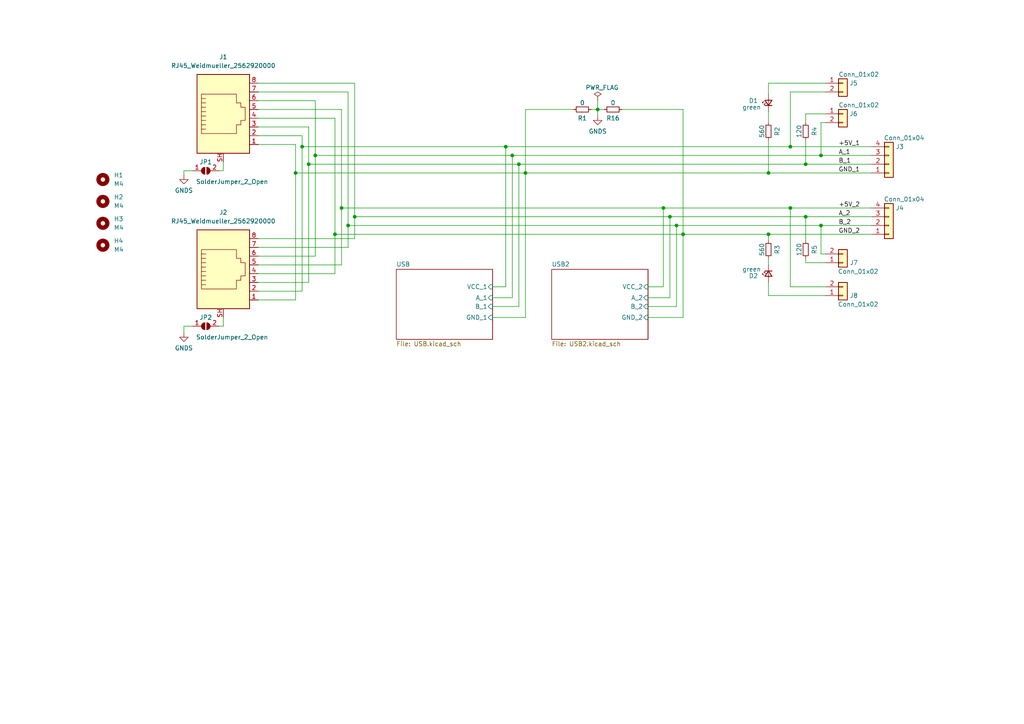
<source format=kicad_sch>
(kicad_sch (version 20211123) (generator eeschema)
  (paper "A4")
  (lib_symbols
    (symbol "Connector_Generic:Conn_01x02" (pin_names (offset 1.016) hide)
      (property "Reference" "J" (at 0 2.54 0))
      (property "Value" "Conn_01x02" (at 0 -5.08 0))
      (symbol "Conn_01x02_1_1"
        (rectangle (start -1.27 -2.413) (end 0 -2.667) (stroke (width 0.1524)))
        (rectangle (start -1.27 0.127) (end 0 -0.127) (stroke (width 0.1524)))
        (rectangle (start -1.27 1.27) (end 1.27 -3.81) (stroke (width 0.254)) (fill (type background)))
        (pin passive line (at -5.08 0 0) (length 3.81) (name "Pin_1") (number "1"))
        (pin passive line (at -5.08 -2.54 0) (length 3.81) (name "Pin_2") (number "2"))
      )
    )
    (symbol "Connector_Generic:Conn_01x04" (pin_names (offset 1.016) hide)
      (property "Reference" "J" (at 0 5.08 0))
      (property "Value" "Conn_01x04" (at 0 -7.62 0))
      (symbol "Conn_01x04_1_1"
        (rectangle (start -1.27 -4.953) (end 0 -5.207) (stroke (width 0.1524)))
        (rectangle (start -1.27 -2.413) (end 0 -2.667) (stroke (width 0.1524)))
        (rectangle (start -1.27 0.127) (end 0 -0.127) (stroke (width 0.1524)))
        (rectangle (start -1.27 2.667) (end 0 2.413) (stroke (width 0.1524)))
        (rectangle (start -1.27 3.81) (end 1.27 -6.35) (stroke (width 0.254)) (fill (type background)))
        (pin passive line (at -5.08 2.54 0) (length 3.81) (name "Pin_1") (number "1"))
        (pin passive line (at -5.08 0 0) (length 3.81) (name "Pin_2") (number "2"))
        (pin passive line (at -5.08 -2.54 0) (length 3.81) (name "Pin_3") (number "3"))
        (pin passive line (at -5.08 -5.08 0) (length 3.81) (name "Pin_4") (number "4"))
      )
    )
    (symbol "Device:LED_Small" (pin_numbers hide) (pin_names (offset 0.254) hide)
      (property "Reference" "D" (at -1.27 3.175 0))
      (property "Value" "LED_Small" (at -4.445 -2.54 0))
      (symbol "LED_Small_0_1"
        (polyline (pts (xy -0.762 -1.016) (xy -0.762 1.016)) (stroke (width 0.254)))
        (polyline (pts (xy 1.016 0) (xy -0.762 0)))
        (polyline (pts (xy 0.762 -1.016) (xy -0.762 0) (xy 0.762 1.016) (xy 0.762 -1.016)) (stroke (width 0.254)))
        (polyline (pts (xy 0 0.762) (xy -0.508 1.27) (xy -0.254 1.27) (xy -0.508 1.27) (xy -0.508 1.016)))
        (polyline (pts (xy 0.508 1.27) (xy 0 1.778) (xy 0.254 1.778) (xy 0 1.778) (xy 0 1.524)))
      )
      (symbol "LED_Small_1_1"
        (pin passive line (at -2.54 0 0) (length 1.778) (name "K") (number "1"))
        (pin passive line (at 2.54 0 180) (length 1.778) (name "A") (number "2"))
      )
    )
    (symbol "Device:R_Small" (pin_numbers hide) (pin_names (offset 0.254) hide)
      (property "Reference" "R" (at 0.762 0.508 0))
      (property "Value" "R_Small" (at 0.762 -1.016 0))
      (symbol "R_Small_0_1"
        (rectangle (start -0.762 1.778) (end 0.762 -1.778) (stroke (width 0.2032)))
      )
      (symbol "R_Small_1_1"
        (pin passive line (at 0 2.54 270) (length 0.762) (name "~") (number "1"))
        (pin passive line (at 0 -2.54 90) (length 0.762) (name "~") (number "2"))
      )
    )
    (symbol "Jumper:SolderJumper_2_Open" (pin_names (offset 0) hide)
      (property "Reference" "JP" (at 0 2.032 0))
      (property "Value" "SolderJumper_2_Open" (at 0 -2.54 0))
      (symbol "SolderJumper_2_Open_0_1"
        (arc (start -0.254 1.016) (mid -1.27 0) (end -0.254 -1.016))
        (arc (start -0.254 1.016) (mid -1.27 0) (end -0.254 -1.016) (fill (type outline)))
        (polyline (pts (xy -0.254 1.016) (xy -0.254 -1.016)))
        (polyline (pts (xy 0.254 1.016) (xy 0.254 -1.016)))
        (arc (start 0.254 -1.016) (mid 1.27 0) (end 0.254 1.016))
        (arc (start 0.254 -1.016) (mid 1.27 0) (end 0.254 1.016) (fill (type outline)))
      )
      (symbol "SolderJumper_2_Open_1_1"
        (pin passive line (at -3.81 0 0) (length 2.54) (name "A") (number "1"))
        (pin passive line (at 3.81 0 180) (length 2.54) (name "B") (number "2"))
      )
    )
    (symbol "Mechanical:MountingHole" (pin_names (offset 1.016))
      (property "Reference" "H" (at 0 5.08 0))
      (property "Value" "MountingHole" (at 0 3.175 0))
      (symbol "MountingHole_0_1"
        (circle (center 0 0) (radius 1.27) (stroke (width 1.27)))
      )
    )
    (symbol "power:GNDS" (power) (pin_names (offset 0))
      (property "Value" "GNDS" (at 0 -3.81 0))
      (symbol "GNDS_0_1"
        (polyline (pts (xy 0 0) (xy 0 -1.27) (xy 1.27 -1.27) (xy 0 -2.54) (xy -1.27 -1.27) (xy 0 -1.27)))
      )
      (symbol "GNDS_1_1"
        (pin power_in line (at 0 0 270) (length 0) hide (name "GNDS") (number "1"))
      )
    )
    (symbol "power:PWR_FLAG" (power) (pin_numbers hide) (pin_names (offset 0) hide)
      (property "Value" "PWR_FLAG" (at 0 3.81 0))
      (symbol "PWR_FLAG_0_0"
        (pin power_out line (at 0 0 90) (length 0) (name "pwr") (number "1"))
      )
      (symbol "PWR_FLAG_0_1"
        (polyline (pts (xy 0 0) (xy 0 1.27) (xy -1.016 1.905) (xy 0 2.54) (xy 1.016 1.905) (xy 0 1.27)))
      )
    )
    (symbol "the78mole:RJ45_Weidmueller_2562920000"
      (property "Reference" "J" (at -6.35 -8.89 0))
      (property "Value" "RJ45_Weidmueller_2562920000" (at 0 13.97 0))
      (symbol "RJ45_Weidmueller_2562920000_0_1"
        (polyline (pts (xy -5.08 3.81) (xy -6.35 3.81)))
        (polyline (pts (xy -5.08 5.08) (xy -6.35 5.08)))
        (polyline (pts (xy -6.35 -3.81) (xy -5.08 -3.81) (xy -5.08 -3.81)))
        (polyline (pts (xy -6.35 -2.54) (xy -5.08 -2.54) (xy -5.08 -2.54)))
        (polyline (pts (xy -6.35 -1.27) (xy -5.08 -1.27) (xy -5.08 -1.27)))
        (polyline (pts (xy -6.35 0) (xy -5.08 0) (xy -5.08 0)))
        (polyline (pts (xy -6.35 1.27) (xy -5.08 1.27) (xy -5.08 1.27)))
        (polyline (pts (xy -5.08 2.54) (xy -6.35 2.54) (xy -6.35 2.54)))
        (polyline (pts (xy -6.35 -5.08) (xy -6.35 6.35) (xy 3.81 6.35) (xy 3.81 3.81) (xy 5.08 3.81) (xy 5.08 2.54) (xy 6.35 2.54) (xy 6.35 -1.27) (xy 5.08 -1.27) (xy 5.08 -2.54) (xy 3.81 -2.54) (xy 3.81 -5.08) (xy -6.35 -5.08) (xy -6.35 -5.08)))
        (rectangle (start 7.62 12.065) (end -7.62 -10.795) (stroke (width 0.254)) (fill (type background)))
      )
      (symbol "RJ45_Weidmueller_2562920000_1_1"
        (pin passive line (at 10.16 -8.255 180) (length 2.54) (name "~") (number "1"))
        (pin passive line (at 10.16 -5.715 180) (length 2.54) (name "~") (number "2"))
        (pin passive line (at 10.16 -3.175 180) (length 2.54) (name "~") (number "3"))
        (pin passive line (at 10.16 -0.635 180) (length 2.54) (name "~") (number "4"))
        (pin passive line (at 10.16 1.905 180) (length 2.54) (name "~") (number "5"))
        (pin passive line (at 10.16 4.445 180) (length 2.54) (name "~") (number "6"))
        (pin passive line (at 10.16 6.985 180) (length 2.54) (name "~") (number "7"))
        (pin passive line (at 10.16 9.525 180) (length 2.54) (name "~") (number "8"))
        (pin passive line (at 0 -13.335 90) (length 2.54) (name "~") (number "SH"))
      )
    )
  )
  (junction (at 192.405 60.325))
  (junction (at 233.68 62.865))
  (junction (at 146.685 42.545))
  (junction (at 87.63 42.545))
  (junction (at 238.125 65.405))
  (junction (at 91.44 45.085))
  (junction (at 196.215 65.405))
  (junction (at 233.68 47.625))
  (junction (at 102.87 62.865))
  (junction (at 238.125 45.085))
  (junction (at 99.06 60.325))
  (junction (at 229.235 60.325))
  (junction (at 152.4 50.165))
  (junction (at 229.235 42.545))
  (junction (at 173.355 31.75))
  (junction (at 85.725 50.165))
  (junction (at 194.31 62.865))
  (junction (at 222.885 67.945))
  (junction (at 222.885 50.165))
  (junction (at 198.12 67.945))
  (junction (at 150.495 47.625))
  (junction (at 148.59 45.085))
  (junction (at 89.535 47.625))
  (junction (at 100.965 65.405))
  (junction (at 97.155 67.945))
  (wire (pts (xy 222.885 40.64) (xy 222.885 50.165)))
  (wire (pts (xy 142.875 88.9) (xy 150.495 88.9)))
  (wire (pts (xy 233.68 74.93) (xy 233.68 76.2)))
  (wire (pts (xy 91.44 29.21) (xy 91.44 45.085)))
  (wire (pts (xy 102.87 62.865) (xy 194.31 62.865)))
  (wire (pts (xy 233.68 47.625) (xy 252.73 47.625)))
  (wire (pts (xy 150.495 47.625) (xy 233.68 47.625)))
  (wire (pts (xy 239.395 83.185) (xy 229.235 83.185)))
  (wire (pts (xy 222.885 32.385) (xy 222.885 35.56)))
  (wire (pts (xy 63.5 94.615) (xy 64.77 94.615)))
  (wire (pts (xy 91.44 45.085) (xy 148.59 45.085)))
  (wire (pts (xy 198.12 92.075) (xy 198.12 67.945)))
  (wire (pts (xy 192.405 60.325) (xy 229.235 60.325)))
  (wire (pts (xy 198.12 67.945) (xy 222.885 67.945)))
  (wire (pts (xy 239.395 35.56) (xy 238.125 35.56)))
  (wire (pts (xy 64.77 49.53) (xy 63.5 49.53)))
  (wire (pts (xy 196.215 65.405) (xy 238.125 65.405)))
  (wire (pts (xy 180.34 31.75) (xy 198.12 31.75)))
  (wire (pts (xy 74.93 26.67) (xy 100.965 26.67)))
  (wire (pts (xy 74.93 24.13) (xy 102.87 24.13)))
  (wire (pts (xy 229.235 26.67) (xy 229.235 42.545)))
  (wire (pts (xy 85.725 50.165) (xy 152.4 50.165)))
  (wire (pts (xy 173.355 31.75) (xy 175.26 31.75)))
  (wire (pts (xy 238.125 73.66) (xy 238.125 65.405)))
  (wire (pts (xy 233.68 62.865) (xy 233.68 69.85)))
  (wire (pts (xy 89.535 36.83) (xy 89.535 47.625)))
  (wire (pts (xy 87.63 39.37) (xy 87.63 42.545)))
  (wire (pts (xy 102.87 62.865) (xy 102.87 69.215)))
  (wire (pts (xy 187.96 86.36) (xy 194.31 86.36)))
  (wire (pts (xy 152.4 31.75) (xy 152.4 50.165)))
  (wire (pts (xy 194.31 62.865) (xy 233.68 62.865)))
  (wire (pts (xy 64.77 46.99) (xy 64.77 49.53)))
  (wire (pts (xy 100.965 65.405) (xy 196.215 65.405)))
  (wire (pts (xy 142.875 83.185) (xy 146.685 83.185)))
  (wire (pts (xy 87.63 84.455) (xy 74.93 84.455)))
  (wire (pts (xy 97.155 67.945) (xy 198.12 67.945)))
  (wire (pts (xy 89.535 47.625) (xy 89.535 81.915)))
  (wire (pts (xy 91.44 45.085) (xy 91.44 74.295)))
  (wire (pts (xy 229.235 60.325) (xy 252.73 60.325)))
  (wire (pts (xy 99.06 60.325) (xy 99.06 76.835)))
  (wire (pts (xy 100.965 65.405) (xy 100.965 71.755)))
  (wire (pts (xy 187.96 88.9) (xy 196.215 88.9)))
  (wire (pts (xy 100.965 26.67) (xy 100.965 65.405)))
  (wire (pts (xy 238.125 35.56) (xy 238.125 45.085)))
  (wire (pts (xy 222.885 85.725) (xy 239.395 85.725)))
  (wire (pts (xy 222.885 67.945) (xy 252.73 67.945)))
  (wire (pts (xy 152.4 50.165) (xy 222.885 50.165)))
  (wire (pts (xy 53.34 96.52) (xy 53.34 94.615)))
  (wire (pts (xy 238.125 65.405) (xy 252.73 65.405)))
  (wire (pts (xy 146.685 42.545) (xy 229.235 42.545)))
  (wire (pts (xy 152.4 31.75) (xy 166.37 31.75)))
  (wire (pts (xy 53.34 94.615) (xy 55.88 94.615)))
  (wire (pts (xy 89.535 47.625) (xy 150.495 47.625)))
  (wire (pts (xy 74.93 36.83) (xy 89.535 36.83)))
  (wire (pts (xy 102.87 69.215) (xy 74.93 69.215)))
  (wire (pts (xy 100.965 71.755) (xy 74.93 71.755)))
  (wire (pts (xy 53.34 50.8) (xy 53.34 49.53)))
  (wire (pts (xy 74.93 29.21) (xy 91.44 29.21)))
  (wire (pts (xy 99.06 60.325) (xy 192.405 60.325)))
  (wire (pts (xy 187.96 92.075) (xy 198.12 92.075)))
  (wire (pts (xy 194.31 86.36) (xy 194.31 62.865)))
  (wire (pts (xy 142.875 86.36) (xy 148.59 86.36)))
  (wire (pts (xy 87.63 42.545) (xy 146.685 42.545)))
  (wire (pts (xy 85.725 50.165) (xy 85.725 86.995)))
  (wire (pts (xy 196.215 88.9) (xy 196.215 65.405)))
  (wire (pts (xy 74.93 31.75) (xy 99.06 31.75)))
  (wire (pts (xy 99.06 31.75) (xy 99.06 60.325)))
  (wire (pts (xy 74.93 39.37) (xy 87.63 39.37)))
  (wire (pts (xy 89.535 81.915) (xy 74.93 81.915)))
  (wire (pts (xy 229.235 42.545) (xy 252.73 42.545)))
  (wire (pts (xy 229.235 60.325) (xy 229.235 83.185)))
  (wire (pts (xy 173.355 29.21) (xy 173.355 31.75)))
  (wire (pts (xy 233.68 40.64) (xy 233.68 47.625)))
  (wire (pts (xy 148.59 45.085) (xy 238.125 45.085)))
  (wire (pts (xy 187.96 83.185) (xy 192.405 83.185)))
  (wire (pts (xy 53.34 49.53) (xy 55.88 49.53)))
  (wire (pts (xy 142.875 92.075) (xy 152.4 92.075)))
  (wire (pts (xy 102.87 24.13) (xy 102.87 62.865)))
  (wire (pts (xy 85.725 86.995) (xy 74.93 86.995)))
  (wire (pts (xy 222.885 74.93) (xy 222.885 76.835)))
  (wire (pts (xy 222.885 67.945) (xy 222.885 69.85)))
  (wire (pts (xy 148.59 86.36) (xy 148.59 45.085)))
  (wire (pts (xy 74.93 34.29) (xy 97.155 34.29)))
  (wire (pts (xy 74.93 41.91) (xy 85.725 41.91)))
  (wire (pts (xy 238.125 45.085) (xy 252.73 45.085)))
  (wire (pts (xy 192.405 83.185) (xy 192.405 60.325)))
  (wire (pts (xy 99.06 76.835) (xy 74.93 76.835)))
  (wire (pts (xy 91.44 74.295) (xy 74.93 74.295)))
  (wire (pts (xy 239.395 26.67) (xy 229.235 26.67)))
  (wire (pts (xy 150.495 88.9) (xy 150.495 47.625)))
  (wire (pts (xy 97.155 79.375) (xy 74.93 79.375)))
  (wire (pts (xy 173.355 31.75) (xy 173.355 33.655)))
  (wire (pts (xy 173.355 31.75) (xy 171.45 31.75)))
  (wire (pts (xy 97.155 34.29) (xy 97.155 67.945)))
  (wire (pts (xy 85.725 41.91) (xy 85.725 50.165)))
  (wire (pts (xy 222.885 27.305) (xy 222.885 24.13)))
  (wire (pts (xy 87.63 42.545) (xy 87.63 84.455)))
  (wire (pts (xy 222.885 50.165) (xy 252.73 50.165)))
  (wire (pts (xy 233.68 76.2) (xy 239.395 76.2)))
  (wire (pts (xy 146.685 83.185) (xy 146.685 42.545)))
  (wire (pts (xy 239.395 73.66) (xy 238.125 73.66)))
  (wire (pts (xy 97.155 67.945) (xy 97.155 79.375)))
  (wire (pts (xy 152.4 92.075) (xy 152.4 50.165)))
  (wire (pts (xy 222.885 24.13) (xy 239.395 24.13)))
  (wire (pts (xy 239.395 33.02) (xy 233.68 33.02)))
  (wire (pts (xy 198.12 31.75) (xy 198.12 67.945)))
  (wire (pts (xy 233.68 33.02) (xy 233.68 35.56)))
  (wire (pts (xy 222.885 81.915) (xy 222.885 85.725)))
  (wire (pts (xy 233.68 62.865) (xy 252.73 62.865)))
  (wire (pts (xy 64.77 94.615) (xy 64.77 92.075)))
  (label "+5V_1" (at 243.205 42.545 0))
  (label "+5V_2" (at 243.205 60.325 0))
  (label "A_2" (at 243.205 62.865 0))
  (label "GND_2" (at 243.205 67.945 0))
  (label "GND_1" (at 243.205 50.165 0))
  (label "A_1" (at 243.205 45.085 0))
  (label "B_1" (at 243.205 47.625 0))
  (label "B_2" (at 243.205 65.405 0))
  (symbol (lib_id "Connector_Generic:Conn_01x02") (at 244.475 33.02 0) (unit 1)
    (property "Reference" "J6" (at 246.38 33.02 0) (effects (justify left)))
    (property "Value" "Conn_01x02" (at 243.205 30.48 0) (effects (justify left)))
    (property "Footprint" "Connector_PinHeader_2.54mm:PinHeader_1x02_P2.54mm_Vertical" (effects hide))
  )
  (symbol (lib_id "Device:R_Small") (at 177.8 31.75 90) (unit 1)
    (property "Reference" "R16" (at 177.8 34.29 90))
    (property "Value" "0" (at 177.8 29.845 90))
    (property "Footprint" "Resistor_SMD:R_1206_3216Metric_Pad1.30x1.75mm_HandSolder" (effects hide))
  )
  (symbol (lib_id "Connector_Generic:Conn_01x02") (at 244.475 85.725 0) (mirror x) (unit 1)
    (property "Reference" "J8" (at 247.65 85.725 0))
    (property "Value" "Conn_01x02" (at 248.92 88.265 0))
    (property "Footprint" "Connector_PinHeader_2.54mm:PinHeader_1x02_P2.54mm_Vertical" (effects hide))
  )
  (symbol (lib_id "Jumper:SolderJumper_2_Open") (at 59.69 49.53 0) (unit 1)
    (property "Reference" "JP1" (at 59.69 46.99 0))
    (property "Value" "SolderJumper_2_Open" (at 67.31 52.705 0))
    (property "Footprint" "Jumper:SolderJumper-2_P1.3mm_Open_TrianglePad1.0x1.5mm" (effects hide))
  )
  (symbol (lib_id "Device:R_Small") (at 222.885 72.39 0) (mirror y) (unit 1)
    (property "Reference" "R3" (at 225.425 72.39 90))
    (property "Value" "560" (at 220.98 72.39 90))
    (property "Footprint" "Resistor_SMD:R_0603_1608Metric_Pad0.98x0.95mm_HandSolder" (effects hide))
  )
  (symbol (lib_id "the78mole:RJ45_Weidmueller_2562920000") (at 64.77 33.655 0) (unit 1)
    (property "Reference" "J1" (at 64.77 16.51 0))
    (property "Value" "RJ45_Weidmueller_2562920000" (at 64.77 19.05 0))
    (property "Footprint" "the78mole:RJ45_Weidmüller_2562920000_Horizontal" (effects hide))
    (property "Reichelt" "CAT5 T1U 2.8E4N" (effects hide))
  )
  (symbol (lib_id "Connector_Generic:Conn_01x04") (at 257.81 65.405 0) (mirror x) (unit 1)
    (property "Reference" "J4" (at 260.985 60.325 0))
    (property "Value" "Conn_01x04" (at 262.255 57.785 0))
    (property "Footprint" "Connector_Wago:Wago_734-164_1x04_P3.50mm_Horizontal" (effects hide))
  )
  (symbol (lib_id "Mechanical:MountingHole") (at 29.845 71.12 0) (unit 1)
    (property "Reference" "H4" (at 33.02 69.8499 0) (effects (justify left)))
    (property "Value" "M4" (at 33.02 72.3899 0) (effects (justify left)))
    (property "Footprint" "MountingHole:MountingHole_4.3mm_M4_DIN965" (effects hide))
  )
  (symbol (lib_id "Connector_Generic:Conn_01x02") (at 244.475 24.13 0) (unit 1)
    (property "Reference" "J5" (at 246.38 24.13 0) (effects (justify left)))
    (property "Value" "Conn_01x02" (at 243.205 21.59 0) (effects (justify left)))
    (property "Footprint" "Connector_PinHeader_2.54mm:PinHeader_1x02_P2.54mm_Vertical" (effects hide))
  )
  (symbol (lib_id "power:GNDS") (at 53.34 96.52 0) (unit 1)
    (property "Reference" "#PWR0101" (effects hide))
    (property "Value" "GNDS" (at 53.34 100.965 0))
  )
  (symbol (lib_id "Jumper:SolderJumper_2_Open") (at 59.69 94.615 0) (unit 1)
    (property "Reference" "JP2" (at 59.69 92.075 0))
    (property "Value" "SolderJumper_2_Open" (at 67.31 97.79 0))
    (property "Footprint" "Jumper:SolderJumper-2_P1.3mm_Open_TrianglePad1.0x1.5mm" (effects hide))
  )
  (symbol (lib_id "Device:R_Small") (at 222.885 38.1 0) (mirror y) (unit 1)
    (property "Reference" "R2" (at 225.425 38.1 90))
    (property "Value" "560" (at 220.98 38.1 90))
    (property "Footprint" "Resistor_SMD:R_0603_1608Metric_Pad0.98x0.95mm_HandSolder" (effects hide))
  )
  (symbol (lib_id "power:GNDS") (at 173.355 33.655 0) (unit 1)
    (property "Reference" "#PWR0102" (effects hide))
    (property "Value" "GNDS" (at 173.355 38.1 0))
  )
  (symbol (lib_id "power:PWR_FLAG") (at 173.355 29.21 0) (unit 1)
    (property "Reference" "#FLG0101" (effects hide))
    (property "Value" "PWR_FLAG" (at 174.625 25.4 0))
  )
  (symbol (lib_id "Connector_Generic:Conn_01x04") (at 257.81 47.625 0) (mirror x) (unit 1)
    (property "Reference" "J3" (at 260.985 42.545 0))
    (property "Value" "Conn_01x04" (at 262.255 40.005 0))
    (property "Footprint" "Connector_Wago:Wago_734-164_1x04_P3.50mm_Horizontal" (effects hide))
  )
  (symbol (lib_id "Mechanical:MountingHole") (at 29.845 58.42 0) (unit 1)
    (property "Reference" "H2" (at 33.02 57.1499 0) (effects (justify left)))
    (property "Value" "M4" (at 33.02 59.6899 0) (effects (justify left)))
    (property "Footprint" "MountingHole:MountingHole_4.3mm_M4_DIN965" (effects hide))
  )
  (symbol (lib_id "Mechanical:MountingHole") (at 29.845 64.77 0) (unit 1)
    (property "Reference" "H3" (at 33.02 63.4999 0) (effects (justify left)))
    (property "Value" "M4" (at 33.02 66.0399 0) (effects (justify left)))
    (property "Footprint" "MountingHole:MountingHole_4.3mm_M4_DIN965" (effects hide))
  )
  (symbol (lib_id "Mechanical:MountingHole") (at 29.845 52.07 0) (unit 1)
    (property "Reference" "H1" (at 33.02 50.7999 0) (effects (justify left)))
    (property "Value" "M4" (at 33.02 53.3399 0) (effects (justify left)))
    (property "Footprint" "MountingHole:MountingHole_4.3mm_M4_DIN965" (effects hide))
  )
  (symbol (lib_id "the78mole:RJ45_Weidmueller_2562920000") (at 64.77 78.74 0) (unit 1)
    (property "Reference" "J2" (at 64.77 61.595 0))
    (property "Value" "RJ45_Weidmueller_2562920000" (at 64.77 64.135 0))
    (property "Footprint" "the78mole:RJ45_Weidmüller_2562920000_Horizontal" (effects hide))
    (property "Reichelt" "CAT5 T1U 2.8E4N" (effects hide))
  )
  (symbol (lib_id "Connector_Generic:Conn_01x02") (at 244.475 76.2 0) (mirror x) (unit 1)
    (property "Reference" "J7" (at 247.65 76.2 0))
    (property "Value" "Conn_01x02" (at 248.92 78.74 0))
    (property "Footprint" "Connector_PinHeader_2.54mm:PinHeader_1x02_P2.54mm_Vertical" (effects hide))
  )
  (symbol (lib_id "Device:R_Small") (at 233.68 72.39 0) (mirror y) (unit 1)
    (property "Reference" "R5" (at 236.22 72.39 90))
    (property "Value" "120" (at 231.775 72.39 90))
    (property "Footprint" "Resistor_SMD:R_0603_1608Metric_Pad0.98x0.95mm_HandSolder" (effects hide))
  )
  (symbol (lib_id "Device:LED_Small") (at 222.885 79.375 90) (mirror x) (unit 1)
    (property "Reference" "D2" (at 217.17 80.01 90) (effects (justify right)))
    (property "Value" "green" (at 215.265 78.105 90) (effects (justify right)))
    (property "Footprint" "LED_SMD:LED_0603_1608Metric_Pad1.05x0.95mm_HandSolder" (effects hide))
  )
  (symbol (lib_id "power:GNDS") (at 53.34 50.8 0) (unit 1)
    (property "Reference" "#PWR0104" (effects hide))
    (property "Value" "GNDS" (at 53.34 55.245 0))
  )
  (symbol (lib_id "Device:R_Small") (at 168.91 31.75 270) (mirror x) (unit 1)
    (property "Reference" "R1" (at 168.91 34.29 90))
    (property "Value" "0" (at 168.91 29.845 90))
    (property "Footprint" "Resistor_SMD:R_1206_3216Metric_Pad1.30x1.75mm_HandSolder" (effects hide))
  )
  (symbol (lib_id "Device:LED_Small") (at 222.885 29.845 90) (unit 1)
    (property "Reference" "D1" (at 217.17 29.21 90) (effects (justify right)))
    (property "Value" "green" (at 215.265 31.115 90) (effects (justify right)))
    (property "Footprint" "LED_SMD:LED_0603_1608Metric_Pad1.05x0.95mm_HandSolder" (effects hide))
  )
  (symbol (lib_id "Device:R_Small") (at 233.68 38.1 0) (mirror y) (unit 1)
    (property "Reference" "R4" (at 236.22 38.1 90))
    (property "Value" "120" (at 231.775 38.1 90))
    (property "Footprint" "Resistor_SMD:R_0603_1608Metric_Pad0.98x0.95mm_HandSolder" (effects hide))
  )
  (sheet (at 160.02 78.105) (size 27.94 20.32) (stroke (width 0.1524))
    (property "Sheet name" "USB2" (at 160.02 77.3934 0) (effects (justify left bottom)))
    (property "Sheet file" "USB2.kicad_sch" (at 160.02 99.0096 0) (effects (justify left top)))
    (pin "A_2" input (at 187.96 86.36 0))
    (pin "B_2" input (at 187.96 88.9 0))
    (pin "GND_2" input (at 187.96 92.075 0))
    (pin "VCC_2" input (at 187.96 83.185 0))
  )
  (sheet (at 114.935 78.105) (size 27.94 20.32) (stroke (width 0.1524))
    (property "Sheet name" "USB" (at 114.935 77.3934 0) (effects (justify left bottom)))
    (property "Sheet file" "USB.kicad_sch" (at 114.935 99.0096 0) (effects (justify left top)))
    (pin "A_1" input (at 142.875 86.36 0))
    (pin "B_1" input (at 142.875 88.9 0))
    (pin "GND_1" input (at 142.875 92.075 0))
    (pin "VCC_1" input (at 142.875 83.185 0))
  )
)
</source>
